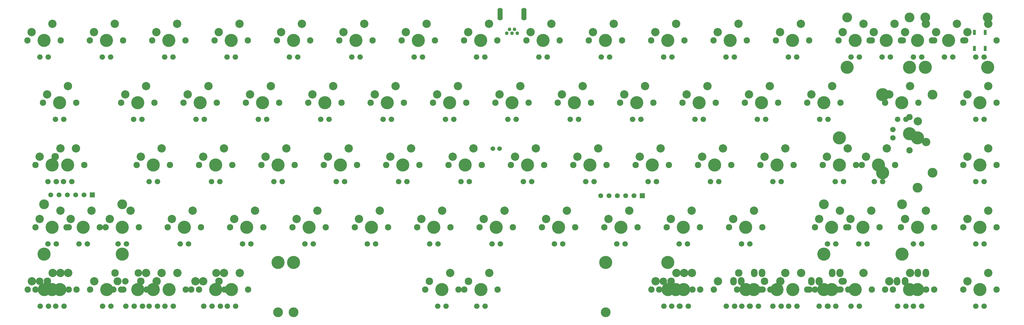
<source format=gbr>
%FSTAX23Y23*%
%MOIN*%
%SFA1B1*%

%IPPOS*%
%ADD11R,0.035429X0.059059*%
%ADD19C,0.066000*%
%ADD20C,0.157500*%
%ADD21C,0.043307*%
%ADD22O,0.062992X0.153543*%
%ADD23R,0.059055X0.059055*%
%ADD24C,0.059055*%
%ADD25C,0.056000*%
%ADD26O,0.078740X0.100000*%
%ADD27C,0.076000*%
%ADD28C,0.100000*%
%ADD29O,0.100000X0.082677*%
%ADD30O,0.086614X0.100000*%
%ADD31C,0.090551*%
%ADD32C,0.096457*%
%ADD33C,0.096653*%
%ADD34C,0.078740*%
%ADD35C,0.118110*%
%ADD36C,0.157500*%
%ADD37C,0.066000*%
%ADD38C,0.076000*%
%ADD39C,0.100000*%
%LNquadcube_65_pcb_pads_top-1*%
%LPD*%
G54D11*
X16042Y0849D03*
X16172D03*
X16042Y08683D03*
X16172D03*
G54D19*
X15062Y07411D03*
X05001Y06886D03*
X05844Y06136D03*
X05188Y06886D03*
X15032Y08386D03*
X15407D03*
X14938Y06886D03*
X15218Y07636D03*
X05376Y06136D03*
X05001D03*
X16157Y08386D03*
X15782D03*
X14657D03*
X05838Y05386D03*
X14751Y06136D03*
X14376D03*
X07157Y05386D03*
X10157D03*
X12601D03*
X12401D03*
X09688D03*
X13719D03*
X14376D03*
X14176D03*
X13244D03*
X13907D03*
X14657D03*
X13444D03*
X13157D03*
X15307D03*
X14557D03*
X13807D03*
X15119D03*
X14276D03*
X13057D03*
X14276Y06136D03*
X15118Y07636D03*
X15062Y07511D03*
X14838Y06886D03*
X14369D03*
X12307Y05386D03*
X13338D03*
X13619D03*
X14282D03*
X12501D03*
X10057D03*
X12494D03*
X13344D03*
X09588D03*
X07057D03*
X06876D03*
X05938D03*
X06307D03*
X05557D03*
X06119D03*
X04807D03*
X05276Y06136D03*
X05744D03*
X04994Y05386D03*
X05088Y06886D03*
X04901Y06136D03*
Y06886D03*
X15307Y08386D03*
X15682D03*
X16057D03*
X14651Y06136D03*
X14932Y08386D03*
X14557D03*
X14469Y06886D03*
X15219Y05386D03*
X15407D03*
X04907D03*
X05094D03*
X05657D03*
X06407D03*
X06219D03*
X06038D03*
X06976D03*
X06776D03*
G54D20*
X04951Y07086D03*
X15732Y08586D03*
X15357Y05586D03*
X14607D03*
X13857D03*
X15263D03*
X14326D03*
Y06336D03*
X15168Y07836D03*
X15262Y07461D03*
X14888Y07086D03*
X14419D03*
X12357Y05586D03*
X13388D03*
X13669D03*
X14232D03*
X12451D03*
X10107Y05586D03*
X12544Y05586D03*
X13294D03*
X09638D03*
X07107D03*
X06919D03*
X06357D03*
X05607D03*
X06169D03*
X04857D03*
X05982D03*
X05326Y06336D03*
X05794D03*
X05044Y05586D03*
X04951D03*
X05138Y07086D03*
X04951Y06336D03*
X15357Y08586D03*
X14701Y06336D03*
X14982Y08586D03*
X14607D03*
X15358Y07411D03*
X14418D03*
X12356Y05911D03*
X14231Y06011D03*
X15171D03*
X11608Y05911D03*
X07856D03*
X07668D03*
X14512Y08261D03*
X15262D03*
X14937Y07931D03*
X15452Y08261D03*
X16202D03*
X14937Y06991D03*
X05796Y06011D03*
X04856D03*
G54D21*
X10513Y0872D03*
X1045D03*
X10545Y08673D03*
X10419D03*
X10482D03*
G54D22*
X10625Y08903D03*
X10338D03*
G54D23*
X05434Y06724D03*
X12048Y06715D03*
G54D24*
X05334Y06724D03*
X05234D03*
X05134D03*
X05034D03*
X04934D03*
X11948Y06715D03*
X11848D03*
X11748D03*
X11648D03*
X11548D03*
G54D25*
X10332Y07281D03*
X10253D03*
G54D26*
X15457Y05786D03*
X15207Y05686D03*
X15113D03*
X15363Y05786D03*
X13488D03*
X13238Y05686D03*
X14332Y05786D03*
X14082Y05686D03*
X13144D03*
X13394Y05786D03*
G54D27*
X15557Y05586D03*
X14407D03*
X14807D03*
X14057D03*
X15463D03*
X15063D03*
X14969D03*
X14526D03*
X14126D03*
X12907D03*
X14126Y06336D03*
X14526D03*
X14968Y07836D03*
X15368D03*
X15262Y07661D03*
Y07261D03*
X14688Y07086D03*
X15088D03*
X14219D03*
X14619D03*
X12157Y05586D03*
X13188D03*
X13588D03*
X13469D03*
X14032D03*
X14432D03*
X12651D03*
X12251D03*
X09907D03*
X10307D03*
X12744D03*
X09438Y05587D03*
X09838D03*
X13494Y05586D03*
X07307D03*
X06719D03*
X07026D03*
X06626D03*
X05688D03*
X06088D03*
X06557D03*
X05807D03*
X05407D03*
X04657D03*
X05782D03*
X05526Y06336D03*
X05126D03*
X05994D03*
X05594D03*
X05244Y05586D03*
X04751D03*
X05151D03*
X05338Y07086D03*
X05151Y06336D03*
X04751D03*
Y07086D03*
X15157Y08586D03*
X15557D03*
X15532D03*
X15932D03*
X15907D03*
X16307D03*
X14501Y06336D03*
X14901D03*
X15182Y08586D03*
X14782D03*
X14407D03*
X14807D03*
G54D28*
X14707Y05786D03*
X13957D03*
X13707Y05686D03*
X15269Y05786D03*
X15019Y05686D03*
X12957D03*
X14426Y06536D03*
X14176Y06436D03*
X15268Y08036D03*
X15018Y07936D03*
X15462Y07361D03*
X15362Y07611D03*
X14988Y07286D03*
X14738Y07186D03*
X14519Y07286D03*
X14269Y07186D03*
X12457Y05786D03*
X12207Y05686D03*
X13769Y05786D03*
X12551D03*
X10207D03*
X12644D03*
X09738D03*
X07207D03*
X06769Y05686D03*
X07019Y05786D03*
X06676Y05686D03*
X06457Y05786D03*
X06207Y05686D03*
X05457D03*
X06269Y05786D03*
X04707Y05686D03*
X04957Y05786D03*
X06082D03*
X05176Y06436D03*
X05426Y06536D03*
X05644Y06436D03*
X05894Y06536D03*
X05144Y05786D03*
X05051D03*
X05238Y07286D03*
X04801Y06436D03*
X05051Y06536D03*
X04801Y07186D03*
X05051Y07286D03*
X15457Y08786D03*
X15207Y08686D03*
X15832Y08786D03*
X15582Y08686D03*
X16207Y08786D03*
X15957Y08686D03*
X14801Y06536D03*
X14551Y06436D03*
X14832Y08686D03*
X15082Y08786D03*
X14707D03*
X14457Y08686D03*
G54D29*
X14457Y05686D03*
G54D30*
X14176Y05686D03*
X14426Y05786D03*
G54D31*
X13207Y05786D03*
X13519Y05686D03*
X12301D03*
X09957D03*
X12394D03*
X09488D03*
X06957D03*
X05988Y05786D03*
X05707D03*
X06019Y05686D03*
X04894D03*
X04801D03*
X04988Y07186D03*
G54D32*
X06926Y05786D03*
G54D33*
X05738Y05686D03*
G54D34*
X05832Y05686D03*
G54D35*
X11608Y05311D03*
X15171Y06611D03*
X15358Y06811D03*
X07668Y05311D03*
X07856D03*
X14512Y08861D03*
X15262D03*
X16202D03*
X15537Y06991D03*
X15452Y08861D03*
X15537Y07931D03*
X05796Y06611D03*
X04856D03*
X14231D03*
G54D36*
X16107Y07836D03*
Y07086D03*
X11043Y06336D03*
X11793D03*
X10293D03*
X09543D03*
X12543D03*
X13293D03*
X15357D03*
X08231Y07836D03*
X08981D03*
X07481D03*
X06731D03*
X09731D03*
X10481D03*
X11981D03*
X11231D03*
X06918Y07086D03*
X07668D03*
X06168D03*
X12731Y07836D03*
X13481D03*
X14231D03*
X12356Y08586D03*
X13106D03*
X11606D03*
X10856D03*
X13856D03*
X09356D03*
X10106D03*
X08606D03*
X07856D03*
X04856D03*
X05606D03*
X07106D03*
X06356D03*
X06543Y06336D03*
X07293D03*
X08793D03*
X08043D03*
X12918Y07086D03*
X13668D03*
X12168D03*
X11418D03*
X08418D03*
X09168D03*
X10668D03*
X09918D03*
X05043Y07836D03*
X05981D03*
X16107Y05586D03*
Y06336D03*
G54D37*
X16157Y07636D03*
X16057D03*
Y06886D03*
X16157D03*
X11093Y06136D03*
X10993D03*
X11743D03*
X11843D03*
X10343D03*
X10243D03*
X09493D03*
X09593D03*
X12593D03*
X12493D03*
X13243D03*
X13343D03*
X15407D03*
X15307D03*
X08181Y07636D03*
X08281D03*
X09031D03*
X08931D03*
X07431D03*
X07531D03*
X06781D03*
X06681D03*
X09681D03*
X09781D03*
X10531D03*
X10431D03*
X11931D03*
X12031D03*
X11281D03*
X11181D03*
X06868Y06886D03*
X06968D03*
X07718D03*
X07618D03*
X06118D03*
X06218D03*
X12781Y07636D03*
X12681D03*
X13431D03*
X13531D03*
X14281D03*
X14181D03*
X12306Y08386D03*
X12406D03*
X13156D03*
X13056D03*
X11556D03*
X11656D03*
X10906D03*
X10806D03*
X13806D03*
X13906D03*
X09406D03*
X09306D03*
X10056D03*
X10156D03*
X08656D03*
X08556D03*
X07806D03*
X07906D03*
X04906D03*
X04806D03*
X05556D03*
X05656D03*
X07156D03*
X07056D03*
X06306D03*
X06406D03*
X06593Y06136D03*
X06493D03*
X07243D03*
X07343D03*
X08843D03*
X08743D03*
X07993D03*
X08093D03*
X12968Y06886D03*
X12868D03*
X13618D03*
X13718D03*
X12218D03*
X12118D03*
X11368D03*
X11468D03*
X08468D03*
X08368D03*
X09118D03*
X09218D03*
X10718D03*
X10618D03*
X09868D03*
X09968D03*
X05093Y07636D03*
X04993D03*
X05931D03*
X06031D03*
X16157Y05386D03*
X16057D03*
Y06136D03*
X16157D03*
G54D38*
X16307Y07836D03*
X15907D03*
Y07086D03*
X16307D03*
X11243Y06336D03*
X10843D03*
X11593D03*
X11993D03*
X10493D03*
X10093D03*
X09343D03*
X09743D03*
X12743D03*
X12343D03*
X13093D03*
X13493D03*
X15557D03*
X15157D03*
X08031Y07836D03*
X08431D03*
X09181D03*
X08781D03*
X07281D03*
X07681D03*
X06931D03*
X06531D03*
X09531D03*
X09931D03*
X10681D03*
X10281D03*
X11781D03*
X12181D03*
X11431D03*
X11031D03*
X06718Y07086D03*
X07118D03*
X07868D03*
X07468D03*
X05968D03*
X06368D03*
X12931Y07836D03*
X12531D03*
X13281D03*
X13681D03*
X14431D03*
X14031D03*
X12156Y08586D03*
X12556D03*
X13306D03*
X12906D03*
X11406D03*
X11806D03*
X11056D03*
X10656D03*
X13656D03*
X14056D03*
X09556D03*
X09156D03*
X09906D03*
X10306D03*
X08806D03*
X08406D03*
X07656D03*
X08056D03*
X05056D03*
X04656D03*
X05406D03*
X05806D03*
X07306D03*
X06906D03*
X06156D03*
X06556D03*
X06743Y06336D03*
X06343D03*
X07093D03*
X07493D03*
X08993D03*
X08593D03*
X07843D03*
X08243D03*
X13118Y07086D03*
X12718D03*
X13468D03*
X13868D03*
X12368D03*
X11968D03*
X11218D03*
X11618D03*
X08618D03*
X08218D03*
X08968D03*
X09368D03*
X10868D03*
X10468D03*
X09718D03*
X10118D03*
X05243Y07836D03*
X04843D03*
X05781D03*
X06181D03*
X16307Y05586D03*
X15907D03*
Y06336D03*
X16307D03*
G54D39*
X16207Y08036D03*
X15957Y07936D03*
Y07186D03*
X16207Y07286D03*
X11143Y06536D03*
X10893Y06436D03*
X11643D03*
X11893Y06536D03*
X10393D03*
X10143Y06436D03*
X09393D03*
X09643Y06536D03*
X12643D03*
X12393Y06436D03*
X13143D03*
X13393Y06536D03*
X15457D03*
X15207Y06436D03*
X08081Y07936D03*
X08331Y08036D03*
X09081D03*
X08831Y07936D03*
X07331D03*
X07581Y08036D03*
X06831D03*
X06581Y07936D03*
X09581D03*
X09831Y08036D03*
X10581D03*
X10331Y07936D03*
X11831D03*
X12081Y08036D03*
X11331D03*
X11081Y07936D03*
X06768Y07186D03*
X07018Y07286D03*
X07768D03*
X07518Y07186D03*
X06018D03*
X06268Y07286D03*
X12831Y08036D03*
X12581Y07936D03*
X13331D03*
X13581Y08036D03*
X14331D03*
X14081Y07936D03*
X12206Y08686D03*
X12456Y08786D03*
X13206D03*
X12956Y08686D03*
X11456D03*
X11706Y08786D03*
X10956D03*
X10706Y08686D03*
X13706D03*
X13956Y08786D03*
X09456D03*
X09206Y08686D03*
X09956D03*
X10206Y08786D03*
X08706D03*
X08456Y08686D03*
X07706D03*
X07956Y08786D03*
X04956D03*
X04706Y08686D03*
X05456D03*
X05706Y08786D03*
X07206D03*
X06956Y08686D03*
X06206D03*
X06456Y08786D03*
X06643Y06536D03*
X06393Y06436D03*
X07143D03*
X07393Y06536D03*
X08893D03*
X08643Y06436D03*
X07893D03*
X08143Y06536D03*
X13018Y07286D03*
X12768Y07186D03*
X13518D03*
X13768Y07286D03*
X12268D03*
X12018Y07186D03*
X11268D03*
X11518Y07286D03*
X08518D03*
X08268Y07186D03*
X09018D03*
X09268Y07286D03*
X10768D03*
X10518Y07186D03*
X09768D03*
X10018Y07286D03*
X05143Y08036D03*
X04893Y07936D03*
X05831D03*
X06081Y08036D03*
X16207Y05786D03*
X15957Y05686D03*
Y06436D03*
X16207Y06536D03*
M02*
</source>
